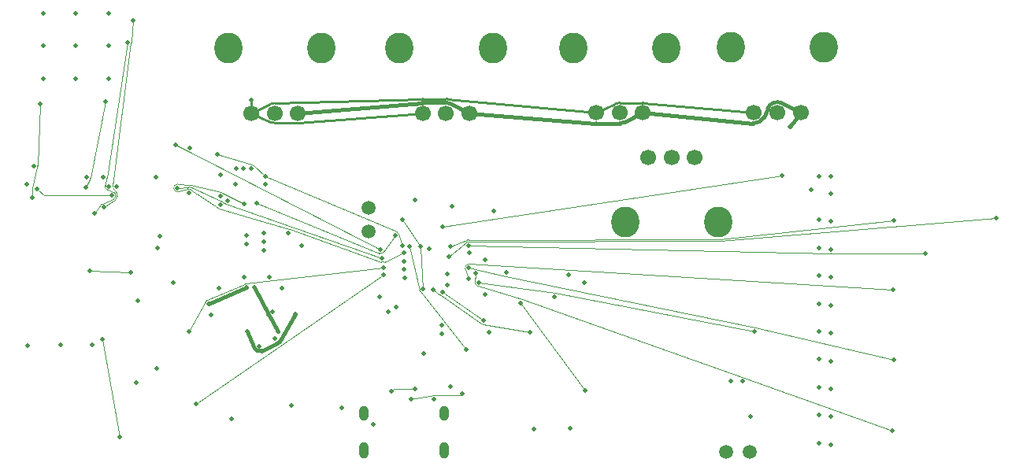
<source format=gbr>
%TF.GenerationSoftware,KiCad,Pcbnew,7.0.2-6a45011f42~172~ubuntu22.04.1*%
%TF.CreationDate,2023-05-01T16:59:55-07:00*%
%TF.ProjectId,hackathon-2022,6861636b-6174-4686-9f6e-2d323032322e,rev?*%
%TF.SameCoordinates,Original*%
%TF.FileFunction,Copper,L6,Bot*%
%TF.FilePolarity,Positive*%
%FSLAX46Y46*%
G04 Gerber Fmt 4.6, Leading zero omitted, Abs format (unit mm)*
G04 Created by KiCad (PCBNEW 7.0.2-6a45011f42~172~ubuntu22.04.1) date 2023-05-01 16:59:55*
%MOMM*%
%LPD*%
G01*
G04 APERTURE LIST*
%TA.AperFunction,ComponentPad*%
%ADD10C,1.700000*%
%TD*%
%TA.AperFunction,ComponentPad*%
%ADD11O,3.000000X3.300000*%
%TD*%
%TA.AperFunction,ComponentPad*%
%ADD12C,1.520000*%
%TD*%
%TA.AperFunction,ComponentPad*%
%ADD13O,1.000000X1.600000*%
%TD*%
%TA.AperFunction,ComponentPad*%
%ADD14O,1.000000X1.800000*%
%TD*%
%TA.AperFunction,ViaPad*%
%ADD15C,0.460000*%
%TD*%
%TA.AperFunction,Conductor*%
%ADD16C,0.090000*%
%TD*%
%TA.AperFunction,Conductor*%
%ADD17C,0.381000*%
%TD*%
%TA.AperFunction,Conductor*%
%ADD18C,0.254000*%
%TD*%
G04 APERTURE END LIST*
D10*
%TO.P,R29,1,1*%
%TO.N,VDD*%
X165700513Y-95799691D03*
%TO.P,R29,2,2*%
%TO.N,in_adc3*%
X168200513Y-95799691D03*
%TO.P,R29,3,3*%
%TO.N,GND*%
X170700513Y-95799691D03*
D11*
%TO.P,R29,4,4*%
%TO.N,unconnected-(R29-Pad4)*%
X173200513Y-88799691D03*
%TO.P,R29,5,5*%
%TO.N,unconnected-(R29-Pad5)*%
X163200513Y-88799691D03*
%TD*%
D12*
%TO.P,J2,1,1*%
%TO.N,Net-(U3-SWD)*%
X124231509Y-108583566D03*
%TO.P,J2,2,2*%
%TO.N,Net-(U3-SWCLK)*%
X124231509Y-106043566D03*
%TD*%
D10*
%TO.P,R27,1,1*%
%TO.N,Net-(C25-Pad1)*%
X159343123Y-100595783D03*
%TO.P,R27,2,2*%
%TO.N,Net-(C24-Pad1)*%
X156843123Y-100595783D03*
%TO.P,R27,3,3*%
%TO.N,Net-(C23-Pad1)*%
X154343123Y-100595783D03*
D11*
%TO.P,R27,4,4*%
%TO.N,unconnected-(R27-Pad4)*%
X151843123Y-107595783D03*
%TO.P,R27,5,5*%
%TO.N,unconnected-(R27-Pad5)*%
X161843123Y-107595783D03*
%TD*%
D10*
%TO.P,R31,1,1*%
%TO.N,VDD*%
X148743714Y-95817671D03*
%TO.P,R31,2,2*%
%TO.N,in_adc1*%
X151243714Y-95817671D03*
%TO.P,R31,3,3*%
%TO.N,GND*%
X153743714Y-95817671D03*
D11*
%TO.P,R31,4,4*%
%TO.N,unconnected-(R31-Pad4)*%
X156243714Y-88817671D03*
%TO.P,R31,5,5*%
%TO.N,unconnected-(R31-Pad5)*%
X146243714Y-88817671D03*
%TD*%
D13*
%TO.P,USB1,16,SHELL3*%
%TO.N,Net-(USB1-SHELL0)*%
X132375552Y-128164680D03*
%TO.P,USB1,13,SHELL0*%
X123725552Y-128164680D03*
D14*
%TO.P,USB1,15,SHELL2*%
X132375552Y-132104680D03*
%TO.P,USB1,14,SHELL1*%
X123725552Y-132104680D03*
%TD*%
D10*
%TO.P,R28,1,1*%
%TO.N,VDD*%
X111670450Y-95837487D03*
%TO.P,R28,2,2*%
%TO.N,in_adc2*%
X114170450Y-95837487D03*
%TO.P,R28,3,3*%
%TO.N,GND*%
X116670450Y-95837487D03*
D11*
%TO.P,R28,4,4*%
%TO.N,unconnected-(R28-Pad4)*%
X119170450Y-88837487D03*
%TO.P,R28,5,5*%
%TO.N,unconnected-(R28-Pad5)*%
X109170450Y-88837487D03*
%TD*%
D12*
%TO.P,J3,1,1*%
%TO.N,Net-(U7-VO-)*%
X165277522Y-132263141D03*
%TO.P,J3,2,2*%
%TO.N,Net-(U7-VO+)*%
X162737522Y-132263141D03*
%TD*%
D10*
%TO.P,R30,1,1*%
%TO.N,VDD*%
X130091666Y-95868877D03*
%TO.P,R30,2,2*%
%TO.N,in_adc*%
X132591666Y-95868877D03*
%TO.P,R30,3,3*%
%TO.N,GND*%
X135091666Y-95868877D03*
D11*
%TO.P,R30,4,4*%
%TO.N,unconnected-(R30-Pad4)*%
X137591666Y-88868877D03*
%TO.P,R30,5,5*%
%TO.N,unconnected-(R30-Pad5)*%
X127591666Y-88868877D03*
%TD*%
D15*
%TO.N,RP-USB-NET-DN*%
X126746000Y-125730000D03*
X129286000Y-125476000D03*
%TO.N,unconnected-(U3-GPIO24-Pad36)*%
X128112742Y-113545967D03*
%TO.N,unconnected-(U3-GPIO22-Pad34)*%
X128083638Y-112623119D03*
%TO.N,SW-VOUT*%
X116363188Y-117432435D03*
X111209574Y-119343717D03*
%TO.N,led-data_gpio*%
X132223675Y-108071023D03*
X168692952Y-102544161D03*
%TO.N,VDD*%
X135084962Y-110861061D03*
X133096000Y-125222000D03*
X109082267Y-105243432D03*
X144239073Y-115576061D03*
X132761882Y-114333038D03*
X108300182Y-102435523D03*
X139103712Y-113001061D03*
X132118000Y-118632349D03*
X145746212Y-113251061D03*
X105033320Y-99612562D03*
X126385784Y-117167861D03*
X108300780Y-105730711D03*
X128067580Y-111803352D03*
X104930990Y-104386422D03*
X130765539Y-110462613D03*
X115628331Y-108739775D03*
X111670450Y-94417487D03*
%TO.N,cols2_gpio*%
X180649084Y-114817848D03*
X135023738Y-113671188D03*
%TO.N,GND*%
X111612863Y-101795425D03*
X112493804Y-120898678D03*
X132118000Y-119589572D03*
X117077722Y-110084966D03*
X111102048Y-109913729D03*
X113954553Y-117223966D03*
X113028331Y-109689775D03*
X95701385Y-102772260D03*
X165303060Y-128430459D03*
X145923651Y-129749227D03*
X133231073Y-105901061D03*
X107311376Y-117520684D03*
X110012863Y-101795425D03*
X129286000Y-105156000D03*
X173987828Y-104509456D03*
X87481867Y-103489458D03*
X132740151Y-113144387D03*
X173987828Y-131509456D03*
X115925777Y-127279015D03*
X164487590Y-124696477D03*
X131308896Y-126629195D03*
X125428562Y-115567861D03*
X114918417Y-114678618D03*
X173987828Y-102629456D03*
X108179377Y-114643396D03*
X113610847Y-113467920D03*
X173987828Y-107509456D03*
X173987828Y-110509456D03*
X108300780Y-104754738D03*
X173987828Y-125509456D03*
X147468573Y-114051061D03*
X130224000Y-121666000D03*
X121354158Y-127502030D03*
X136751073Y-115381061D03*
X124802841Y-129352499D03*
X173987828Y-113509456D03*
X113187863Y-103495425D03*
X99286056Y-124863044D03*
X127233562Y-116671061D03*
X110812863Y-101795425D03*
X173987828Y-119509456D03*
X114214309Y-120115196D03*
X110854722Y-113452508D03*
X173987828Y-128509456D03*
X173987828Y-116509456D03*
X137178073Y-119386061D03*
X99458588Y-115999237D03*
X169534421Y-97291841D03*
X137744043Y-106375535D03*
X173987828Y-122509456D03*
X109987863Y-103495425D03*
X136751073Y-111661061D03*
X93940450Y-102772260D03*
X142072926Y-129793421D03*
%TO.N,Net-(Q7-D)*%
X96668793Y-104700617D03*
X88646000Y-104013000D03*
%TO.N,rgb-drive26_gpio*%
X97171403Y-103727971D03*
%TO.N,tof-i2c_scl*%
X110911153Y-105583106D03*
X128088436Y-110821129D03*
%TO.N,cols1_gpio*%
X135023738Y-112471036D03*
X180709972Y-122347597D03*
%TO.N,rpi-led-i2c_scl*%
X103698884Y-103892986D03*
X125737445Y-111468671D03*
%TO.N,tof-en_gpio*%
X113162863Y-102620425D03*
X127894467Y-110079129D03*
X108040740Y-100276731D03*
%TO.N,Net-(U3-RUN)*%
X128623725Y-110171023D03*
X134736530Y-121247730D03*
%TO.N,rgb-drive2_gpio*%
X88138000Y-104902000D03*
X88957695Y-94828423D03*
%TO.N,rows1_gpio*%
X184120369Y-110950132D03*
X135023738Y-110070985D03*
%TO.N,/4: led-drive_u/SCL*%
X101559912Y-110344316D03*
%TO.N,cols3_gpio*%
X133023522Y-110171023D03*
X180689676Y-107369283D03*
%TO.N,VBAT*%
X107088057Y-116332143D03*
X114528309Y-119306337D03*
X111942415Y-114545263D03*
X111134486Y-114583767D03*
%TO.N,rpi-led-i2c_sda*%
X103550198Y-99250304D03*
X125564913Y-110534125D03*
%TO.N,rgb-drive25_gpio*%
X94809921Y-106595795D03*
X98323545Y-88225736D03*
%TO.N,QSPI_SD0*%
X131241388Y-114812071D03*
X141571144Y-119412436D03*
%TO.N,QSPI_SS*%
X140627231Y-116280918D03*
X147557265Y-125667432D03*
%TO.N,P4V2*%
X172727828Y-125329456D03*
X88251257Y-101504462D03*
X172727828Y-116329456D03*
X96275954Y-88618590D03*
X172727828Y-128329456D03*
X101369276Y-102731156D03*
X89275954Y-92118590D03*
X172727828Y-110329456D03*
X92775954Y-92118590D03*
X92775954Y-85118590D03*
X113028331Y-108739775D03*
X113028331Y-110639775D03*
X172727828Y-122329456D03*
X111102048Y-108956506D03*
X92775954Y-88618590D03*
X171829726Y-104077368D03*
X101463021Y-123322752D03*
X172727828Y-102629456D03*
X103222695Y-114096955D03*
X163217590Y-124696477D03*
X89275954Y-85118590D03*
X89275954Y-88618590D03*
X172727828Y-119329456D03*
X109517152Y-128714060D03*
X172727828Y-131329456D03*
X96275954Y-92118590D03*
X101780969Y-109090658D03*
X172727828Y-107329456D03*
X96275954Y-85118590D03*
X172727828Y-113329456D03*
%TO.N,QSPI_SD2*%
X132241274Y-115106832D03*
X136607162Y-118173551D03*
%TO.N,audio-enable_gpio*%
X165757590Y-119331477D03*
X136121731Y-114061377D03*
%TO.N,tof-i2c_sda*%
X127115141Y-108984663D03*
X112223764Y-105519847D03*
%TO.N,Net-(LED20-A)*%
X87575776Y-120879165D03*
X94323724Y-112819719D03*
X91151196Y-120790335D03*
X98695265Y-113002571D03*
X94548956Y-120745920D03*
%TO.N,enable0_gpio*%
X125823408Y-113271137D03*
X105732426Y-127098801D03*
%TO.N,Net-(USB1-CC2)*%
X134366000Y-125984000D03*
X128836236Y-126607479D03*
%TO.N,Net-(U3-DVDD0)*%
X129823624Y-110171023D03*
X127905947Y-107264682D03*
X130137101Y-114787067D03*
%TO.N,rgb-drive20_gpio*%
X96008808Y-94588387D03*
X93861950Y-103790449D03*
%TO.N,rgb-drive18_gpio*%
X96338641Y-103708907D03*
%TO.N,rows0_gpio*%
X132923738Y-111271137D03*
X191765116Y-107106866D03*
%TO.N,enable1_gpio*%
X125823408Y-112471036D03*
X104958831Y-119294795D03*
%TO.N,drive0_gpio*%
X97539888Y-130639109D03*
X95624744Y-120139599D03*
%TO.N,cols0_gpio*%
X180590062Y-129966549D03*
X135730053Y-113092137D03*
%TO.N,rgb-drive24_gpio*%
X98948125Y-85852334D03*
X95816779Y-105960680D03*
%TD*%
D16*
%TO.N,Net-(Q7-D)*%
X88646000Y-104013000D02*
X89333617Y-104700617D01*
X89333617Y-104700617D02*
X96668793Y-104700617D01*
%TO.N,rgb-drive2_gpio*%
X88138000Y-104177576D02*
X88118351Y-104157927D01*
X88116482Y-103956073D02*
G75*
G03*
X88118352Y-104157927I465118J-96627D01*
G01*
X88650200Y-101594627D02*
G75*
G03*
X88659852Y-101522642I-398900J90127D01*
G01*
X88138000Y-104902000D02*
X88138000Y-104177576D01*
X88116486Y-103956074D02*
X88650195Y-101594626D01*
X88659853Y-101522642D02*
X88957695Y-94828423D01*
%TO.N,RP-USB-NET-DN*%
X127000000Y-125476000D02*
X126746000Y-125730000D01*
X129286000Y-125476000D02*
X127000000Y-125476000D01*
%TO.N,Net-(USB1-CC2)*%
X134366000Y-125984000D02*
X134126854Y-126223146D01*
X131244791Y-126225250D02*
X128836236Y-126607479D01*
X134126854Y-126223146D02*
X131259705Y-126223146D01*
X131259705Y-126223146D02*
G75*
G03*
X131244791Y-126225250I56795J-456454D01*
G01*
D17*
%TO.N,SW-VOUT*%
X116363188Y-117432435D02*
X114697344Y-120387496D01*
X114444113Y-120619840D02*
G75*
G03*
X114697343Y-120387496I-229813J504640D01*
G01*
X114444111Y-120619836D02*
X112723606Y-121403318D01*
X111985663Y-121120615D02*
G75*
G03*
X112723606Y-121403317I508137J221915D01*
G01*
X111985657Y-121120618D02*
X111209574Y-119343717D01*
D16*
%TO.N,led-data_gpio*%
X168692952Y-102544161D02*
X132223675Y-108071023D01*
D18*
%TO.N,VDD*%
X111670450Y-94417487D02*
X111670450Y-95837487D01*
X165700513Y-95799691D02*
X153839111Y-94744904D01*
X153839111Y-94744904D02*
G75*
G03*
X153743714Y-94740671I-95411J-1073096D01*
G01*
X153743714Y-94740671D02*
X151243714Y-94740671D01*
X151243714Y-94740680D02*
G75*
G03*
X150779742Y-94845735I-14J-1077020D01*
G01*
X150779742Y-94845735D02*
X148743714Y-95817671D01*
X111670450Y-95837487D02*
X113706478Y-96809423D01*
X113706488Y-96809402D02*
G75*
G03*
X114170450Y-96914487I464012J971902D01*
G01*
X114170450Y-96914487D02*
X116670450Y-96914487D01*
X116670450Y-96914490D02*
G75*
G03*
X116754364Y-96911213I-50J1077290D01*
G01*
X116754364Y-96911213D02*
X130091666Y-95868877D01*
X148743714Y-95817671D02*
X132737030Y-94317673D01*
X132737030Y-94317669D02*
G75*
G03*
X132591666Y-94310877I-145330J-1551331D01*
G01*
X132591666Y-94310877D02*
X130091666Y-94310877D01*
X130091666Y-94310878D02*
G75*
G03*
X130047667Y-94311499I34J-1561422D01*
G01*
X130047667Y-94311499D02*
X114140035Y-94760916D01*
X114140034Y-94760898D02*
G75*
G03*
X113706478Y-94865551I30466J-1076602D01*
G01*
X113706478Y-94865551D02*
X111670450Y-95837487D01*
D16*
%TO.N,cols2_gpio*%
X135023738Y-113671188D02*
X134639221Y-112610419D01*
X135048405Y-112062771D02*
G75*
G03*
X134639221Y-112610419I-24705J-408229D01*
G01*
X135048404Y-112062780D02*
X180649084Y-114817848D01*
D17*
%TO.N,GND*%
X169534421Y-97291841D02*
X170700513Y-95799691D01*
X153743714Y-95817671D02*
X165593434Y-96935153D01*
X165593432Y-96935171D02*
G75*
G03*
X166741105Y-96266497I107068J1135471D01*
G01*
X166741106Y-96266497D02*
X167159921Y-95332885D01*
X168720799Y-94784807D02*
G75*
G03*
X167159921Y-95332885I-520299J-1014893D01*
G01*
X168720810Y-94784786D02*
X170700513Y-95799691D01*
X135091666Y-95868877D02*
X133111962Y-94853972D01*
X133111970Y-94853956D02*
G75*
G03*
X132591666Y-94728377I-520270J-1014944D01*
G01*
X132591666Y-94728377D02*
X130091666Y-94728377D01*
X130091666Y-94728375D02*
G75*
G03*
X129997407Y-94732280I34J-1140525D01*
G01*
X129997407Y-94732279D02*
X116670450Y-95837487D01*
X153743714Y-95817671D02*
X151764010Y-96832576D01*
X151243714Y-96958180D02*
G75*
G03*
X151764010Y-96832576I-14J1140480D01*
G01*
X151243714Y-96958171D02*
X148743714Y-96958171D01*
X148652700Y-96954537D02*
G75*
G03*
X148743714Y-96958171I91000J1137437D01*
G01*
X148652700Y-96954534D02*
X135091666Y-95868877D01*
D16*
%TO.N,tof-i2c_scl*%
X110911153Y-105583106D02*
X108481324Y-104387744D01*
X108481324Y-104387744D02*
G75*
G03*
X108390515Y-104355705I-180524J-366956D01*
G01*
X108390515Y-104355704D02*
X105104099Y-103616647D01*
X105104098Y-103616651D02*
G75*
G03*
X105002336Y-103600655I-173098J-769549D01*
G01*
X105002336Y-103600655D02*
X103735869Y-103485661D01*
X103735866Y-103485693D02*
G75*
G03*
X103813146Y-104285700I-36966J-407307D01*
G01*
X103813146Y-104285701D02*
X104816729Y-103993707D01*
X105164289Y-104050481D02*
G75*
G03*
X104816729Y-103993707I-233289J-335919D01*
G01*
X105164286Y-104050485D02*
X108067483Y-106066648D01*
X108067486Y-106066643D02*
G75*
G03*
X108185314Y-106123073I233314J335943D01*
G01*
X108185314Y-106123073D02*
X115743797Y-108347412D01*
X115765445Y-108354441D02*
G75*
G03*
X115743797Y-108347413I-136745J-384359D01*
G01*
X115765445Y-108354442D02*
X125600332Y-111854003D01*
X125600320Y-111854036D02*
G75*
G03*
X125910650Y-111839185I137080J385336D01*
G01*
X125910650Y-111839185D02*
X128088436Y-110821129D01*
%TO.N,cols1_gpio*%
X135023738Y-112471036D02*
X139010963Y-113399405D01*
X139010963Y-113399406D02*
G75*
G03*
X139021126Y-113401635I92037J395206D01*
G01*
X139021126Y-113401636D02*
X165840176Y-118930902D01*
X165849183Y-118932865D02*
G75*
G03*
X165840176Y-118930903I-91183J-396835D01*
G01*
X165849183Y-118932865D02*
X180709972Y-122347597D01*
%TO.N,rpi-led-i2c_scl*%
X103698884Y-103892986D02*
X104878755Y-103789704D01*
X105181770Y-103842443D02*
G75*
G03*
X104878755Y-103789705I-250770J-543957D01*
G01*
X105181769Y-103842445D02*
X108472013Y-105359281D01*
X108509616Y-105379045D02*
G75*
G03*
X108472013Y-105359281I-208716J-351455D01*
G01*
X108509616Y-105379045D02*
X108873431Y-105595097D01*
X108873433Y-105595094D02*
G75*
G03*
X108947921Y-105629737I208867J351694D01*
G01*
X108947921Y-105629737D02*
X125737445Y-111468671D01*
%TO.N,tof-en_gpio*%
X113162863Y-102620425D02*
X127274894Y-108608153D01*
X127504712Y-108860107D02*
G75*
G03*
X127274894Y-108608154I-389612J-124593D01*
G01*
X127504714Y-108860106D02*
X127894467Y-110079129D01*
X108040740Y-100276731D02*
X111732336Y-101404264D01*
X111883849Y-101489070D02*
G75*
G03*
X111732336Y-101404265I-270949J-306330D01*
G01*
X111883844Y-101489075D02*
X113162863Y-102620425D01*
%TO.N,Net-(U3-RUN)*%
X128623725Y-110171023D02*
X129739107Y-114881311D01*
X129739082Y-114881317D02*
G75*
G03*
X129816587Y-115041137I398018J94317D01*
G01*
X129816587Y-115041137D02*
X134736530Y-121247730D01*
%TO.N,rows1_gpio*%
X184120369Y-110950132D02*
X173986550Y-110918454D01*
X173978934Y-110918360D02*
G75*
G03*
X173986550Y-110918453I8766J402760D01*
G01*
X173978934Y-110918360D02*
X135023738Y-110070985D01*
%TO.N,cols3_gpio*%
X180689676Y-107369283D02*
X162027742Y-109389941D01*
X162012569Y-109390782D02*
G75*
G03*
X162027742Y-109389941I-469J145682D01*
G01*
X162012569Y-109390783D02*
X135021936Y-109471987D01*
X135021936Y-109472002D02*
G75*
G03*
X134816254Y-109509067I1764J-598998D01*
G01*
X134816254Y-109509067D02*
X133023522Y-110171023D01*
D17*
%TO.N,VBAT*%
X114528309Y-119306337D02*
X113475701Y-117503558D01*
X113462194Y-117479023D02*
G75*
G03*
X113475701Y-117503558I491906J254823D01*
G01*
X113462195Y-117479023D02*
X111942415Y-114545263D01*
X111134486Y-114583767D02*
X107088057Y-116332143D01*
D16*
%TO.N,rpi-led-i2c_sda*%
X125564913Y-110534125D02*
X104847621Y-99976975D01*
X104833380Y-99969362D02*
G75*
G03*
X104847621Y-99976974I200020J357062D01*
G01*
X104833381Y-99969361D02*
X103550198Y-99250304D01*
%TO.N,rgb-drive25_gpio*%
X94809921Y-106595795D02*
X95493003Y-105710780D01*
X95654330Y-105585324D02*
G75*
G03*
X95493004Y-105710780I162470J-375376D01*
G01*
X95654330Y-105585325D02*
X96831242Y-105075972D01*
X96831229Y-105075943D02*
G75*
G03*
X96809261Y-104316496I-162429J375343D01*
G01*
X96809261Y-104316495D02*
X96198173Y-104093029D01*
X95938538Y-103623900D02*
G75*
G03*
X96198173Y-104093029I400062J-85000D01*
G01*
X95938571Y-103623907D02*
X96101455Y-102857259D01*
X96101453Y-102857259D02*
G75*
G03*
X96105750Y-102833651I-400253J85059D01*
G01*
X96105751Y-102833651D02*
X98323545Y-88225736D01*
%TO.N,QSPI_SD0*%
X141571144Y-119412436D02*
X136540164Y-118577026D01*
X136372075Y-118508229D02*
G75*
G03*
X136540164Y-118577026I235125J334729D01*
G01*
X136372071Y-118508235D02*
X132006183Y-115441516D01*
X131980972Y-115422308D02*
G75*
G03*
X132006183Y-115441516I260228J315408D01*
G01*
X131980973Y-115422307D02*
X131241388Y-114812071D01*
%TO.N,QSPI_SS*%
X147557265Y-125667432D02*
X140627231Y-116280918D01*
%TO.N,QSPI_SD2*%
X132241274Y-115106832D02*
X136607162Y-118173551D01*
%TO.N,audio-enable_gpio*%
X165757590Y-119331477D02*
X144316921Y-115174538D01*
X144316921Y-115174536D02*
G75*
G03*
X144294090Y-115170778I-77621J-400364D01*
G01*
X144294090Y-115170778D02*
X136121731Y-114061377D01*
%TO.N,tof-i2c_sda*%
X112223764Y-105519847D02*
X125410091Y-110912690D01*
X125410089Y-110912696D02*
G75*
G03*
X125902950Y-110764369I154811J378596D01*
G01*
X125902950Y-110764369D02*
X127115141Y-108984663D01*
%TO.N,Net-(LED20-A)*%
X94323724Y-112819719D02*
X98695265Y-113002571D01*
%TO.N,enable0_gpio*%
X105732426Y-127098801D02*
X125823408Y-113271137D01*
%TO.N,Net-(U3-DVDD0)*%
X129823624Y-110171023D02*
X130137101Y-114787067D01*
X129823624Y-110171023D02*
X127905947Y-107264682D01*
%TO.N,rgb-drive20_gpio*%
X96008808Y-94588387D02*
X94341372Y-102853147D01*
X94301519Y-102964392D02*
G75*
G03*
X94341372Y-102853147I-361019J192092D01*
G01*
X94301514Y-102964389D02*
X93861950Y-103790449D01*
%TO.N,rows0_gpio*%
X191765116Y-107106866D02*
X162039905Y-109579630D01*
X162013141Y-109580781D02*
G75*
G03*
X162039905Y-109579630I-1041J335781D01*
G01*
X162013141Y-109580782D02*
X135022508Y-109661987D01*
X135022508Y-109662015D02*
G75*
G03*
X134763675Y-109755314I1192J-408985D01*
G01*
X134763675Y-109755314D02*
X132923738Y-111271137D01*
%TO.N,enable1_gpio*%
X125823408Y-112471036D02*
X111087438Y-114177482D01*
X111087438Y-114177481D02*
G75*
G03*
X110972262Y-114208316I47062J-406319D01*
G01*
X110972262Y-114208315D02*
X106925833Y-115956691D01*
X106925818Y-115956656D02*
G75*
G03*
X106731270Y-116132186I162282J-375444D01*
G01*
X106731269Y-116132186D02*
X104958831Y-119294795D01*
%TO.N,drive0_gpio*%
X97539888Y-130639109D02*
X95624744Y-120139599D01*
%TO.N,cols0_gpio*%
X135730053Y-113092137D02*
X135712797Y-114054041D01*
X135712798Y-114054041D02*
G75*
G03*
X136003156Y-114452811I408902J-7359D01*
G01*
X136003156Y-114452811D02*
X140745807Y-115889484D01*
X140763271Y-115895208D02*
G75*
G03*
X140745807Y-115889485I-136071J-385692D01*
G01*
X140763272Y-115895206D02*
X164623631Y-124310765D01*
X164624155Y-124310951D02*
G75*
G03*
X164623631Y-124310766I-27555J-77149D01*
G01*
X164624155Y-124310950D02*
X180590062Y-129966549D01*
%TO.N,rgb-drive24_gpio*%
X98948125Y-85852334D02*
X98730894Y-88262451D01*
X98729261Y-88277471D02*
G75*
G03*
X98730893Y-88262451I-408161J51971D01*
G01*
X98729260Y-88277471D02*
X96765688Y-103676237D01*
X96765710Y-103676240D02*
G75*
G03*
X96856717Y-103989225I405690J-51760D01*
G01*
X96856717Y-103989225D02*
X97129666Y-104317998D01*
X96992765Y-105204413D02*
G75*
G03*
X97129665Y-104317999I-323965J503813D01*
G01*
X96992780Y-105204436D02*
X95816779Y-105960680D01*
%TD*%
M02*

</source>
